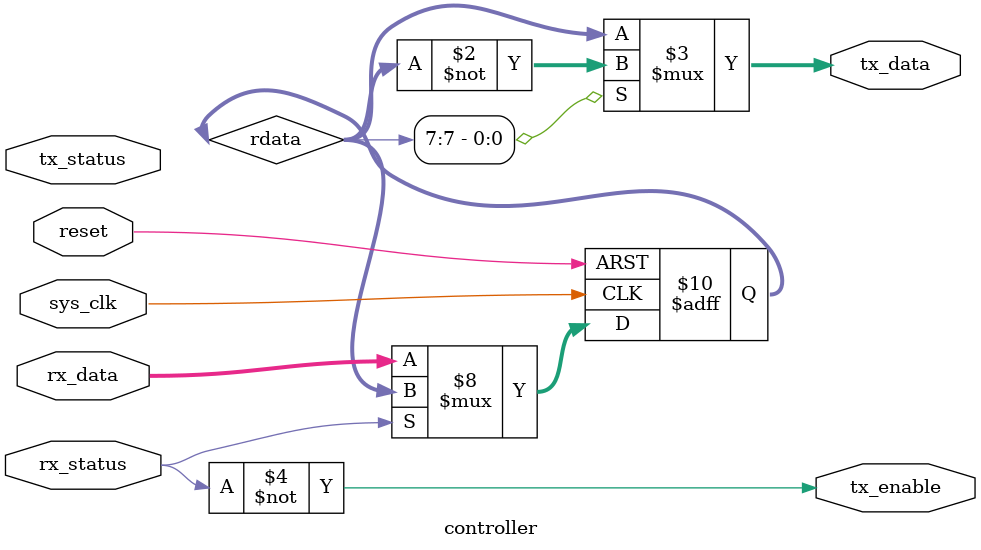
<source format=v>
module controller(rx_data,rx_status,tx_status,sys_clk,tx_data,tx_enable,reset);
input [7:0] rx_data;
input rx_status;
input tx_status;
input sys_clk;
input reset;
output [7:0] tx_data;
output tx_enable;

reg [7:0] rdata;
reg [7:0] tdata;
//reg update;
//reg enable;

assign tx_data = (rdata[7]==1)?~rdata:rdata;
//assign tx_enable = enable;
assign tx_enable = ~rx_status;
always @(posedge sys_clk or posedge reset) begin
  if(reset == 1'b1) begin
    rdata<=7'b1111111;
  end
  else begin
    if(rx_status == 0) begin
      rdata<=rx_data;
      //enable<=tx_status;
    end
    //else if(rx_status == 1) begin
    //  enable<=1'b0;
    //end
  end
end
endmodule
</source>
